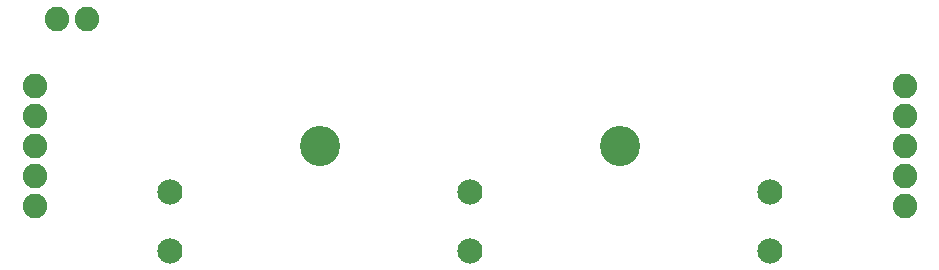
<source format=gbs>
G04 EAGLE Gerber RS-274X export*
G75*
%MOMM*%
%FSLAX34Y34*%
%LPD*%
%INBottom Soldermask*%
%IPPOS*%
%AMOC8*
5,1,8,0,0,1.08239X$1,22.5*%
G01*
%ADD10C,2.133600*%
%ADD11C,2.082800*%
%ADD12C,3.403200*%


D10*
X635000Y88494D03*
X635000Y38506D03*
X381000Y88494D03*
X381000Y38506D03*
X127000Y88494D03*
X127000Y38506D03*
D11*
X749300Y177800D03*
X749300Y152400D03*
X749300Y127000D03*
X749300Y101600D03*
X749300Y76200D03*
X12700Y76200D03*
X12700Y101600D03*
X12700Y127000D03*
X12700Y152400D03*
X12700Y177800D03*
D12*
X508000Y127000D03*
X254000Y127000D03*
D11*
X31750Y234950D03*
X57150Y234950D03*
M02*

</source>
